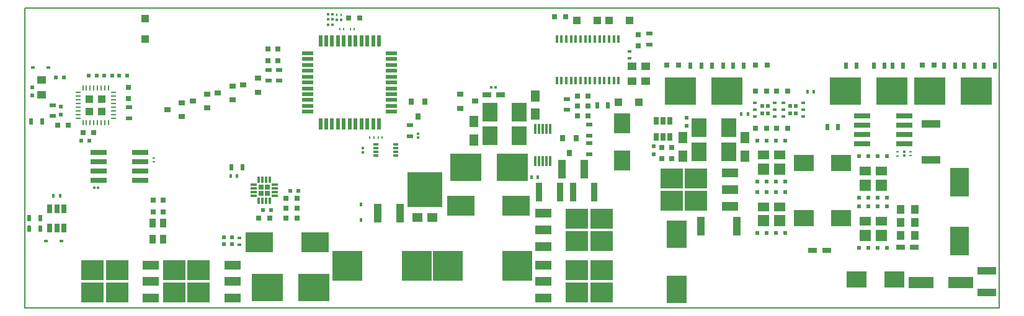
<source format=gbr>
G04 #@! TF.FileFunction,Paste,Top*
%FSLAX46Y46*%
G04 Gerber Fmt 4.6, Leading zero omitted, Abs format (unit mm)*
G04 Created by KiCad (PCBNEW 4.0.7) date 06/15/18 17:29:42*
%MOMM*%
%LPD*%
G01*
G04 APERTURE LIST*
%ADD10C,0.100000*%
%ADD11C,0.150000*%
%ADD12R,0.600000X0.500000*%
%ADD13R,0.500000X0.600000*%
%ADD14R,0.900000X0.500000*%
%ADD15R,0.750000X0.800000*%
%ADD16R,0.800000X0.750000*%
%ADD17R,1.250000X1.000000*%
%ADD18R,0.500000X0.900000*%
%ADD19R,0.700000X0.250000*%
%ADD20R,0.250000X0.700000*%
%ADD21R,1.035000X1.035000*%
%ADD22R,4.100000X4.100000*%
%ADD23R,0.300000X0.350000*%
%ADD24R,0.350000X0.300000*%
%ADD25R,3.750000X2.700000*%
%ADD26R,2.700000X3.750000*%
%ADD27R,3.500000X1.600000*%
%ADD28R,2.500000X1.000000*%
%ADD29R,2.500000X4.000000*%
%ADD30R,1.000000X1.250000*%
%ADD31R,0.800000X0.800000*%
%ADD32R,1.100000X1.100000*%
%ADD33R,0.900000X0.800000*%
%ADD34R,1.400000X1.270000*%
%ADD35R,4.720000X4.800000*%
%ADD36R,4.241800X3.810000*%
%ADD37R,0.300000X1.450000*%
%ADD38R,0.280000X0.430000*%
%ADD39R,0.900000X2.500000*%
%ADD40R,2.200000X2.700000*%
%ADD41R,2.700000X2.200000*%
%ADD42R,0.630000X0.450000*%
%ADD43R,0.480000X0.630000*%
%ADD44R,1.570000X1.235000*%
%ADD45R,1.570000X1.585000*%
%ADD46R,0.490000X0.490000*%
%ADD47R,0.800000X0.900000*%
%ADD48R,2.200000X1.200000*%
%ADD49R,3.050000X2.750000*%
%ADD50R,0.430000X0.280000*%
%ADD51R,0.400000X0.600000*%
%ADD52R,0.600000X0.400000*%
%ADD53R,1.000000X2.500000*%
%ADD54R,2.199640X0.797560*%
%ADD55R,0.550000X1.500000*%
%ADD56R,1.500000X0.550000*%
%ADD57R,0.650000X1.220000*%
%ADD58R,0.813000X0.305000*%
%ADD59R,0.305000X0.813000*%
%ADD60R,0.700000X0.700000*%
%ADD61R,0.650000X1.060000*%
%ADD62R,0.400000X1.100000*%
%ADD63R,0.749300X0.299720*%
%ADD64R,0.600000X0.450000*%
%ADD65R,0.450000X0.600000*%
%ADD66R,0.900000X1.200000*%
%ADD67R,1.250000X1.500000*%
%ADD68R,1.200000X0.750000*%
%ADD69R,2.000000X2.500000*%
G04 APERTURE END LIST*
D10*
D11*
X25000000Y-164000000D02*
X25000000Y-123000000D01*
X158000000Y-164000000D02*
X25000000Y-164000000D01*
X158000000Y-123000000D02*
X158000000Y-164000000D01*
X25000000Y-123000000D02*
X158000000Y-123000000D01*
D12*
X35790000Y-132250000D03*
X36890000Y-132250000D03*
D13*
X29920000Y-137570000D03*
X29920000Y-136470000D03*
D12*
X30310000Y-132540000D03*
X29210000Y-132540000D03*
X33740000Y-132250000D03*
X34840000Y-132250000D03*
X37840000Y-132250000D03*
X38940000Y-132250000D03*
X32710000Y-141110000D03*
X33810000Y-141110000D03*
D14*
X28770000Y-137790000D03*
X28770000Y-136290000D03*
D15*
X39150000Y-133870000D03*
X39150000Y-135370000D03*
D16*
X29440000Y-139000000D03*
X30940000Y-139000000D03*
D17*
X27310000Y-134880000D03*
X27310000Y-132880000D03*
D18*
X27330000Y-138540000D03*
X25830000Y-138540000D03*
D14*
X39200000Y-136570000D03*
X39200000Y-138070000D03*
D19*
X32250000Y-134560000D03*
X32250000Y-135060000D03*
X32250000Y-135560000D03*
X32250000Y-136060000D03*
X32250000Y-136560000D03*
X32250000Y-137060000D03*
X32250000Y-137560000D03*
X32250000Y-138060000D03*
D20*
X32900000Y-138710000D03*
X33400000Y-138710000D03*
X33900000Y-138710000D03*
X34400000Y-138710000D03*
X34900000Y-138710000D03*
X35400000Y-138710000D03*
X35900000Y-138710000D03*
X36400000Y-138710000D03*
D19*
X37050000Y-138060000D03*
X37050000Y-137560000D03*
X37050000Y-137060000D03*
X37050000Y-136560000D03*
X37050000Y-136060000D03*
X37050000Y-135560000D03*
X37050000Y-135060000D03*
X37050000Y-134560000D03*
D20*
X36400000Y-133910000D03*
X35900000Y-133910000D03*
X35400000Y-133910000D03*
X34900000Y-133910000D03*
X34400000Y-133910000D03*
X33900000Y-133910000D03*
X33400000Y-133910000D03*
X32900000Y-133910000D03*
D21*
X35512500Y-137172500D03*
X35512500Y-135447500D03*
X33787500Y-137172500D03*
X33787500Y-135447500D03*
D22*
X78500000Y-158250000D03*
X69000000Y-158250000D03*
D23*
X35010000Y-147590000D03*
X34450000Y-147590000D03*
D24*
X145040000Y-142640000D03*
X145040000Y-143200000D03*
D23*
X66960000Y-123870000D03*
X66400000Y-123870000D03*
X66960000Y-124570000D03*
X66400000Y-124570000D03*
X66960000Y-125270000D03*
X66400000Y-125270000D03*
D16*
X69170000Y-124340000D03*
X70670000Y-124340000D03*
D23*
X68170000Y-124650000D03*
X67610000Y-124650000D03*
D24*
X71090000Y-142180000D03*
X71090000Y-142740000D03*
X78670000Y-140750000D03*
X78670000Y-140190000D03*
D16*
X62130000Y-150410000D03*
X60630000Y-150410000D03*
D12*
X61230000Y-147960000D03*
X62330000Y-147960000D03*
D16*
X62130000Y-149060000D03*
X60630000Y-149060000D03*
X62130000Y-151760000D03*
X60630000Y-151760000D03*
D12*
X57520000Y-150650000D03*
X58620000Y-150650000D03*
D16*
X58430000Y-151750000D03*
X56930000Y-151750000D03*
D25*
X64575000Y-155000000D03*
X57025000Y-155000000D03*
D12*
X52190000Y-155320000D03*
X53290000Y-155320000D03*
X52190000Y-154350000D03*
X53290000Y-154350000D03*
D26*
X114000000Y-161465000D03*
X114000000Y-153915000D03*
D25*
X84515000Y-150050000D03*
X92065000Y-150050000D03*
D23*
X88670000Y-133890000D03*
X89230000Y-133890000D03*
D15*
X113250000Y-142100000D03*
X113250000Y-143600000D03*
X111900000Y-142100000D03*
X111900000Y-143600000D03*
D13*
X110800000Y-143000000D03*
X110800000Y-141900000D03*
X115290000Y-137980000D03*
X115290000Y-139080000D03*
D16*
X127610000Y-139470000D03*
X129110000Y-139470000D03*
X126250000Y-134370000D03*
X124750000Y-134370000D03*
X127600000Y-134370000D03*
X129100000Y-134370000D03*
X126260000Y-139470000D03*
X124760000Y-139470000D03*
X98820000Y-124250000D03*
X97320000Y-124250000D03*
D27*
X147350000Y-160500000D03*
X152750000Y-160500000D03*
D17*
X109740000Y-133010000D03*
X109740000Y-131010000D03*
X107910000Y-133010000D03*
X107910000Y-131010000D03*
D16*
X100390000Y-136390000D03*
X101890000Y-136390000D03*
D28*
X156310000Y-161890000D03*
X156310000Y-158890000D03*
D29*
X152590000Y-146820000D03*
X152590000Y-154820000D03*
D30*
X144490000Y-154130000D03*
X146490000Y-154130000D03*
X144490000Y-152330000D03*
X146490000Y-152330000D03*
X144490000Y-150530000D03*
X146490000Y-150530000D03*
D16*
X100380000Y-135030000D03*
X101880000Y-135030000D03*
X100390000Y-137750000D03*
X101890000Y-137750000D03*
D15*
X108700000Y-128150000D03*
X108700000Y-126650000D03*
D31*
X59540000Y-130250000D03*
X59540000Y-128650000D03*
D32*
X41400000Y-127300000D03*
X41400000Y-124500000D03*
D33*
X46430000Y-137840000D03*
X46430000Y-135940000D03*
X44430000Y-136890000D03*
X49890000Y-136690000D03*
X49890000Y-134790000D03*
X47890000Y-135740000D03*
X53340000Y-135590000D03*
X53340000Y-133690000D03*
X51340000Y-134640000D03*
X56790000Y-134500000D03*
X56790000Y-132600000D03*
X54790000Y-133550000D03*
D34*
X80620000Y-151660000D03*
D35*
X79580000Y-147860000D03*
D34*
X78540000Y-151660000D03*
D31*
X114240000Y-130850000D03*
X112640000Y-130850000D03*
X58190000Y-130250000D03*
X58190000Y-128650000D03*
X149090000Y-130850000D03*
X147490000Y-130850000D03*
X126320000Y-130850000D03*
X124720000Y-130850000D03*
D32*
X100320000Y-124750000D03*
X103120000Y-124750000D03*
X107560000Y-124750000D03*
X104760000Y-124750000D03*
X105970000Y-135890000D03*
X108770000Y-135890000D03*
D36*
X58052300Y-161210000D03*
X64427700Y-161210000D03*
X120817700Y-134340000D03*
X114442300Y-134340000D03*
X148492300Y-134330000D03*
X154867700Y-134330000D03*
X136992300Y-134330000D03*
X143367700Y-134330000D03*
D37*
X96670000Y-139530000D03*
X96170000Y-139530000D03*
X95670000Y-139530000D03*
X95170000Y-139530000D03*
X94670000Y-139530000D03*
X94670000Y-143930000D03*
X95170000Y-143930000D03*
X95670000Y-143930000D03*
X96170000Y-143930000D03*
X96670000Y-143930000D03*
D38*
X67600000Y-123920000D03*
X68120000Y-123920000D03*
D39*
X102690000Y-148200000D03*
X99790000Y-148200000D03*
D22*
X92240000Y-158250000D03*
X82740000Y-158250000D03*
D39*
X95140000Y-148200000D03*
X98040000Y-148200000D03*
D40*
X106500000Y-143850000D03*
X106500000Y-138750000D03*
D41*
X136400000Y-144150000D03*
X131300000Y-144150000D03*
X136400000Y-151700000D03*
X131300000Y-151700000D03*
X143650000Y-160150000D03*
X138550000Y-160150000D03*
D42*
X131200000Y-137870000D03*
X131200000Y-136920000D03*
X131200000Y-135970000D03*
X128520000Y-135970000D03*
X128520000Y-136920000D03*
X128520000Y-137870000D03*
D43*
X129460000Y-136395000D03*
X129460000Y-137445000D03*
X130260000Y-136395000D03*
X130260000Y-137445000D03*
D42*
X127350000Y-137870000D03*
X127350000Y-136920000D03*
X127350000Y-135970000D03*
X124670000Y-135970000D03*
X124670000Y-136920000D03*
X124670000Y-137870000D03*
D43*
X125610000Y-136395000D03*
X125610000Y-137445000D03*
X126410000Y-136395000D03*
X126410000Y-137445000D03*
D44*
X127995000Y-150162500D03*
X125805000Y-150162500D03*
D45*
X127995000Y-152072500D03*
X125805000Y-152072500D03*
D46*
X126265000Y-148160000D03*
X127535000Y-148160000D03*
X128805000Y-148160000D03*
X124995000Y-148160000D03*
X124995000Y-153760000D03*
X128805000Y-153760000D03*
X127535000Y-153760000D03*
X126265000Y-153760000D03*
D44*
X127995000Y-143112500D03*
X125805000Y-143112500D03*
D45*
X127995000Y-145022500D03*
X125805000Y-145022500D03*
D46*
X126265000Y-141110000D03*
X127535000Y-141110000D03*
X128805000Y-141110000D03*
X124995000Y-141110000D03*
X124995000Y-146710000D03*
X128805000Y-146710000D03*
X127535000Y-146710000D03*
X126265000Y-146710000D03*
D44*
X141885000Y-152152500D03*
X139695000Y-152152500D03*
D45*
X141885000Y-154062500D03*
X139695000Y-154062500D03*
D46*
X140155000Y-150150000D03*
X141425000Y-150150000D03*
X142695000Y-150150000D03*
X138885000Y-150150000D03*
X138885000Y-155750000D03*
X142695000Y-155750000D03*
X141425000Y-155750000D03*
X140155000Y-155750000D03*
D44*
X141885000Y-145302500D03*
X139695000Y-145302500D03*
D45*
X141885000Y-147212500D03*
X139695000Y-147212500D03*
D46*
X140155000Y-143300000D03*
X141425000Y-143300000D03*
X142695000Y-143300000D03*
X138885000Y-143300000D03*
X138885000Y-148900000D03*
X142695000Y-148900000D03*
X141425000Y-148900000D03*
X140155000Y-148900000D03*
D47*
X79590000Y-135800000D03*
X77690000Y-135800000D03*
X78640000Y-137800000D03*
D48*
X53340000Y-162680000D03*
X53340000Y-160400000D03*
X53340000Y-158120000D03*
D49*
X45365000Y-158875000D03*
X48715000Y-161925000D03*
X45365000Y-161925000D03*
X48715000Y-158875000D03*
D48*
X42190000Y-162680000D03*
X42190000Y-160400000D03*
X42190000Y-158120000D03*
D49*
X34215000Y-158875000D03*
X37565000Y-161925000D03*
X34215000Y-161925000D03*
X37565000Y-158875000D03*
D47*
X100270000Y-140800000D03*
X98370000Y-140800000D03*
X99320000Y-142800000D03*
D48*
X95740000Y-151070000D03*
X95740000Y-153350000D03*
X95740000Y-155630000D03*
D49*
X103715000Y-154875000D03*
X100365000Y-151825000D03*
X103715000Y-151825000D03*
X100365000Y-154875000D03*
D48*
X95740000Y-158120000D03*
X95740000Y-160400000D03*
X95740000Y-162680000D03*
D49*
X103715000Y-161925000D03*
X100365000Y-158875000D03*
X103715000Y-158875000D03*
X100365000Y-161925000D03*
D48*
X121240000Y-150080000D03*
X121240000Y-147800000D03*
X121240000Y-145520000D03*
D49*
X113265000Y-146275000D03*
X116615000Y-149325000D03*
X113265000Y-149325000D03*
X116615000Y-146275000D03*
D50*
X145910000Y-142690000D03*
X145910000Y-143210000D03*
D14*
X59690000Y-132950000D03*
X59690000Y-131450000D03*
D50*
X42630000Y-143490000D03*
X42630000Y-144010000D03*
X144120000Y-143220000D03*
X144120000Y-142700000D03*
D38*
X69910000Y-125930000D03*
X69390000Y-125930000D03*
X67970000Y-125930000D03*
X68490000Y-125930000D03*
X72090000Y-140710000D03*
X72610000Y-140710000D03*
X73770000Y-140700000D03*
X73250000Y-140700000D03*
D14*
X77590000Y-140550000D03*
X77590000Y-139050000D03*
D18*
X25600000Y-153190000D03*
X27100000Y-153190000D03*
X27100000Y-151740000D03*
X25600000Y-151740000D03*
D51*
X28900000Y-148700000D03*
X29800000Y-148700000D03*
X53050000Y-146010000D03*
X53950000Y-146010000D03*
D52*
X54240000Y-155370000D03*
X54240000Y-154470000D03*
D51*
X94120000Y-146100000D03*
X95020000Y-146100000D03*
D18*
X54700000Y-144810000D03*
X53200000Y-144810000D03*
D53*
X117290000Y-152850000D03*
X122190000Y-152850000D03*
D51*
X123680000Y-137540000D03*
X122780000Y-137540000D03*
D28*
X148690000Y-143770000D03*
X148690000Y-138870000D03*
D51*
X131820000Y-134460000D03*
X132720000Y-134460000D03*
D18*
X121650000Y-130900000D03*
X123150000Y-130900000D03*
X118820000Y-130900000D03*
X120320000Y-130900000D03*
X157400000Y-130900000D03*
X155900000Y-130900000D03*
X154690000Y-130900000D03*
X153190000Y-130900000D03*
X144900000Y-130900000D03*
X143400000Y-130900000D03*
X142350000Y-130900000D03*
X140850000Y-130900000D03*
D14*
X58240000Y-132950000D03*
X58240000Y-131450000D03*
D18*
X117340000Y-130900000D03*
X115840000Y-130900000D03*
X151950000Y-130900000D03*
X150450000Y-130900000D03*
X138540000Y-130900000D03*
X137040000Y-130900000D03*
D52*
X107490000Y-129850000D03*
X107490000Y-128950000D03*
D18*
X104610000Y-136340000D03*
X103110000Y-136340000D03*
D14*
X102000000Y-143000000D03*
X102000000Y-141500000D03*
X102000000Y-138950000D03*
X102000000Y-140450000D03*
X98960000Y-135440000D03*
X98960000Y-136940000D03*
X110200000Y-126500000D03*
X110200000Y-128000000D03*
D54*
X40767660Y-146582460D03*
X40767660Y-145312460D03*
X40767660Y-144047540D03*
X40767660Y-142777540D03*
X35032340Y-142777540D03*
X35032340Y-144047540D03*
X35032340Y-145312460D03*
X35032340Y-146582460D03*
X145057660Y-141582460D03*
X145057660Y-140312460D03*
X145057660Y-139047540D03*
X145057660Y-137777540D03*
X139322340Y-137777540D03*
X139322340Y-139047540D03*
X139322340Y-140312460D03*
X139322340Y-141582460D03*
D55*
X65330000Y-138890000D03*
X66130000Y-138890000D03*
X66930000Y-138890000D03*
X67730000Y-138890000D03*
X68530000Y-138890000D03*
X69330000Y-138890000D03*
X70130000Y-138890000D03*
X70930000Y-138890000D03*
X71730000Y-138890000D03*
X72530000Y-138890000D03*
X73330000Y-138890000D03*
D56*
X75030000Y-137190000D03*
X75030000Y-136390000D03*
X75030000Y-135590000D03*
X75030000Y-134790000D03*
X75030000Y-133990000D03*
X75030000Y-133190000D03*
X75030000Y-132390000D03*
X75030000Y-131590000D03*
X75030000Y-130790000D03*
X75030000Y-129990000D03*
X75030000Y-129190000D03*
D55*
X73330000Y-127490000D03*
X72530000Y-127490000D03*
X71730000Y-127490000D03*
X70930000Y-127490000D03*
X70130000Y-127490000D03*
X69330000Y-127490000D03*
X68530000Y-127490000D03*
X67730000Y-127490000D03*
X66930000Y-127490000D03*
X66130000Y-127490000D03*
X65330000Y-127490000D03*
D56*
X63630000Y-129190000D03*
X63630000Y-129990000D03*
X63630000Y-130790000D03*
X63630000Y-131590000D03*
X63630000Y-132390000D03*
X63630000Y-133190000D03*
X63630000Y-133990000D03*
X63630000Y-134790000D03*
X63630000Y-135590000D03*
X63630000Y-136390000D03*
X63630000Y-137190000D03*
D57*
X28400000Y-153040000D03*
X29350000Y-153040000D03*
X30300000Y-153040000D03*
X30300000Y-150420000D03*
X29350000Y-150420000D03*
X28400000Y-150420000D03*
D58*
X56202000Y-147160000D03*
X56202000Y-147660000D03*
X56202000Y-148160000D03*
X56202000Y-148660000D03*
D59*
X56900000Y-149358000D03*
X57400000Y-149358000D03*
X57900000Y-149358000D03*
X58400000Y-149358000D03*
D58*
X59098000Y-148660000D03*
X59098000Y-148160000D03*
X59098000Y-147660000D03*
X59098000Y-147160000D03*
D59*
X58400000Y-146462000D03*
X57900000Y-146462000D03*
X57400000Y-146462000D03*
X56900000Y-146462000D03*
D60*
X58100000Y-148360000D03*
X58100000Y-147460000D03*
X57200000Y-148360000D03*
X57200000Y-147460000D03*
D33*
X84420000Y-134810000D03*
X84420000Y-136710000D03*
X86420000Y-135760000D03*
D61*
X113050000Y-138400000D03*
X112100000Y-138400000D03*
X111150000Y-138400000D03*
X111150000Y-140600000D03*
X113050000Y-140600000D03*
X112100000Y-140600000D03*
D62*
X97595000Y-132960000D03*
X98245000Y-132960000D03*
X98895000Y-132960000D03*
X99545000Y-132960000D03*
X100195000Y-132960000D03*
X100845000Y-132960000D03*
X101495000Y-132960000D03*
X102145000Y-132960000D03*
X102795000Y-132960000D03*
X103445000Y-132960000D03*
X104095000Y-132960000D03*
X104745000Y-132960000D03*
X105395000Y-132960000D03*
X106045000Y-132960000D03*
X106045000Y-127260000D03*
X105395000Y-127260000D03*
X104745000Y-127260000D03*
X104095000Y-127260000D03*
X103445000Y-127260000D03*
X102795000Y-127260000D03*
X102145000Y-127260000D03*
X101495000Y-127260000D03*
X100845000Y-127260000D03*
X100195000Y-127260000D03*
X99545000Y-127260000D03*
X98895000Y-127260000D03*
X98245000Y-127260000D03*
X97595000Y-127260000D03*
D63*
X72875860Y-141650700D03*
X72875860Y-142151080D03*
X72875860Y-142648920D03*
X72875860Y-143149300D03*
X75624140Y-143149300D03*
X75624140Y-142648920D03*
X75624140Y-142151080D03*
X75624140Y-141650700D03*
D36*
X85142300Y-144800000D03*
X91517700Y-144800000D03*
D64*
X28210000Y-131150000D03*
X26110000Y-131150000D03*
X27850000Y-154900000D03*
X29950000Y-154900000D03*
D65*
X70880000Y-149900000D03*
X70880000Y-152000000D03*
D31*
X42540000Y-150840000D03*
X42540000Y-149240000D03*
X43890000Y-150850000D03*
X43890000Y-149250000D03*
D66*
X42390000Y-154590000D03*
X42390000Y-152390000D03*
X43840000Y-154600000D03*
X43840000Y-152400000D03*
D53*
X73170000Y-151050000D03*
X76170000Y-151050000D03*
X101320000Y-145050000D03*
X98320000Y-145050000D03*
D67*
X94700000Y-137530000D03*
X94700000Y-135030000D03*
X86250000Y-141060000D03*
X86250000Y-138560000D03*
X123280000Y-143260000D03*
X123280000Y-140760000D03*
X114830000Y-143250000D03*
X114830000Y-140750000D03*
D68*
X146390000Y-155700000D03*
X144490000Y-155700000D03*
X132520000Y-156130000D03*
X134420000Y-156130000D03*
X88020000Y-134910000D03*
X89920000Y-134910000D03*
D69*
X117050000Y-142650000D03*
X121050000Y-142650000D03*
X88470000Y-137210000D03*
X92470000Y-137210000D03*
X88470000Y-140460000D03*
X92470000Y-140460000D03*
X117050000Y-139400000D03*
X121050000Y-139400000D03*
D13*
X25980000Y-134950000D03*
X25980000Y-133850000D03*
D18*
X136010000Y-139240000D03*
X134510000Y-139240000D03*
D16*
X34410000Y-140010000D03*
X32910000Y-140010000D03*
M02*

</source>
